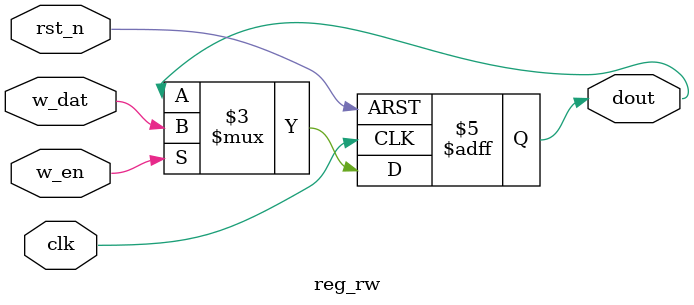
<source format=v>
module reg_rw #(
    parameter BITS_W    = 1'b1,
    parameter DEFAULT_V = 1'b0
) (
    input                       clk  ,
    input                       rst_n,
    input                       w_en , //1: to write
    input   [BITS_W-1:0]        w_dat, //write dat
    output  reg [BITS_W-1:0]    dout//1: to write
);

//reg     [BITS_W-1:0]    dout;
always@(posedge clk or negedge rst_n) begin
    if (~rst_n)
        dout <= DEFAULT_V;
    else begin
        if(w_en)
            dout <= w_dat;
        else;
    end
end
endmodule

</source>
